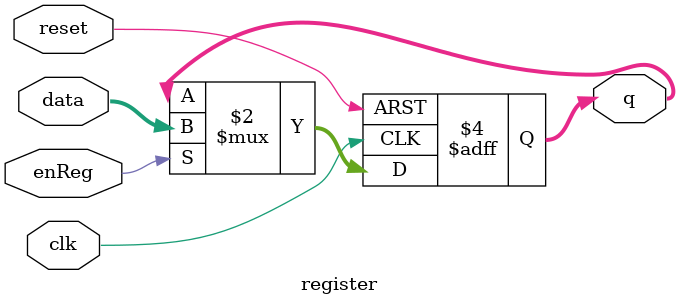
<source format=v>
`timescale 1ns / 1ps


module register(
   input clk, reset,
   input enReg,
   input [3:0] data,
   output reg [3:0] q 
   );
   always @(posedge clk or posedge reset) begin
       if(reset)
           q <= 4'h0;
       else if (enReg)
           q <= data;
   end
endmodule

</source>
